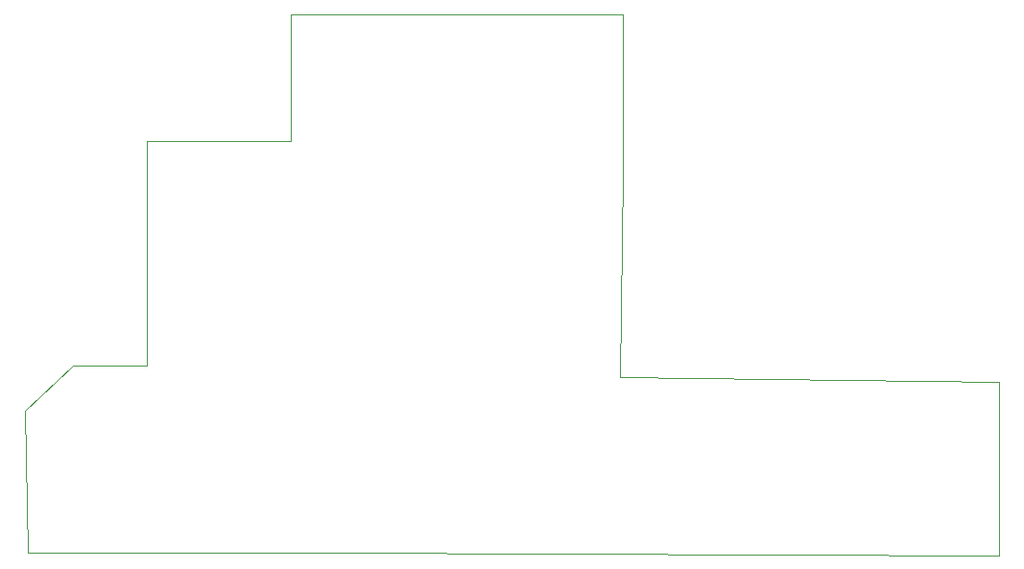
<source format=gbr>
%TF.GenerationSoftware,KiCad,Pcbnew,9.0.0*%
%TF.CreationDate,2025-04-07T09:31:54+05:30*%
%TF.ProjectId,PCB for IoT-based Smart Street Signage,50434220-666f-4722-9049-6f542d626173,rev?*%
%TF.SameCoordinates,Original*%
%TF.FileFunction,Profile,NP*%
%FSLAX46Y46*%
G04 Gerber Fmt 4.6, Leading zero omitted, Abs format (unit mm)*
G04 Created by KiCad (PCBNEW 9.0.0) date 2025-04-07 09:31:54*
%MOMM*%
%LPD*%
G01*
G04 APERTURE LIST*
%TA.AperFunction,Profile*%
%ADD10C,0.050000*%
%TD*%
G04 APERTURE END LIST*
D10*
X89750000Y-118000000D02*
X117000000Y-118000000D01*
X100250000Y-101500000D02*
X93750000Y-101500000D01*
X113000000Y-70500000D02*
X142250000Y-70500000D01*
X113000000Y-70500000D02*
X113000000Y-81750000D01*
X175500000Y-118250000D02*
X175500000Y-103000000D01*
X117000000Y-118000000D02*
X175500000Y-118250000D01*
X142250000Y-70500000D02*
X142250000Y-82500000D01*
X142250000Y-82500000D02*
X142250000Y-84500000D01*
X175500000Y-103000000D02*
X142000000Y-102500000D01*
X93750000Y-101500000D02*
X89500000Y-105500000D01*
X100250000Y-81750000D02*
X100250000Y-101500000D01*
X142000000Y-102500000D02*
X142250000Y-84500000D01*
X89500000Y-105500000D02*
X89750000Y-118000000D01*
X113000000Y-81750000D02*
X100250000Y-81750000D01*
M02*

</source>
